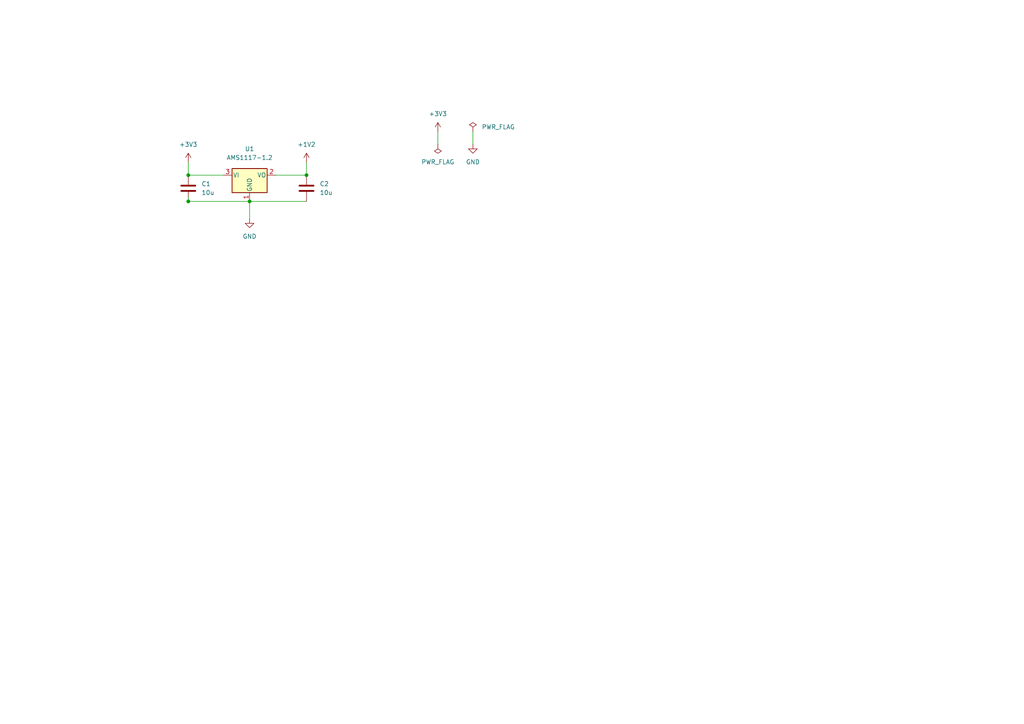
<source format=kicad_sch>
(kicad_sch (version 20211123) (generator eeschema)
  (paper "A4")
  (title_block (title "Power Supply") (date "2022-02-10") (rev "1.0") (company "Mateusz Stadnik"))
  (lib_symbols
    (symbol "Device:C" (pin_numbers hide) (pin_names (offset 0.254))
      (property "Reference" "C" (at 0.635 2.54 0))
      (property "Value" "C" (at 0.635 -2.54 0))
      (symbol "C_0_1"
        (polyline (pts (xy -2.032 -0.762) (xy 2.032 -0.762)) (stroke (width 0.508)))
        (polyline (pts (xy -2.032 0.762) (xy 2.032 0.762)) (stroke (width 0.508)))
      )
      (symbol "C_1_1"
        (pin passive line (at 0 3.81 270) (length 2.794) (name "~") (number "1"))
        (pin passive line (at 0 -3.81 90) (length 2.794) (name "~") (number "2"))
      )
    )
    (symbol "custom_ldo:AMS1117-1.2" (pin_names (offset 0.254))
      (property "Reference" "U" (at -3.81 3.175 0))
      (property "Value" "AMS1117-1.2" (at 0 3.175 0))
      (symbol "AMS1117-1.2_0_1"
        (rectangle (start -5.08 -5.08) (end 5.08 1.905) (stroke (width 0.254)) (fill (type background)))
      )
      (symbol "AMS1117-1.2_1_1"
        (pin power_in line (at 0 -7.62 90) (length 2.54) (name "GND") (number "1"))
        (pin power_out line (at 7.62 0 180) (length 2.54) (name "VO") (number "2"))
        (pin power_in line (at -7.62 0 0) (length 2.54) (name "VI") (number "3"))
      )
    )
    (symbol "power:+1V2" (power) (pin_names (offset 0))
      (property "Value" "+1V2" (at 0 3.556 0))
      (symbol "+1V2_0_1"
        (polyline (pts (xy -0.762 1.27) (xy 0 2.54)))
        (polyline (pts (xy 0 0) (xy 0 2.54)))
        (polyline (pts (xy 0 2.54) (xy 0.762 1.27)))
      )
      (symbol "+1V2_1_1"
        (pin power_in line (at 0 0 90) (length 0) hide (name "+1V2") (number "1"))
      )
    )
    (symbol "power:+3.3V" (power) (pin_names (offset 0))
      (property "Value" "+3.3V" (at 0 3.556 0))
      (symbol "+3.3V_0_1"
        (polyline (pts (xy -0.762 1.27) (xy 0 2.54)))
        (polyline (pts (xy 0 0) (xy 0 2.54)))
        (polyline (pts (xy 0 2.54) (xy 0.762 1.27)))
      )
      (symbol "+3.3V_1_1"
        (pin power_in line (at 0 0 90) (length 0) hide (name "+3V3") (number "1"))
      )
    )
    (symbol "power:GND" (power) (pin_names (offset 0))
      (property "Value" "GND" (at 0 -3.81 0))
      (symbol "GND_0_1"
        (polyline (pts (xy 0 0) (xy 0 -1.27) (xy 1.27 -1.27) (xy 0 -2.54) (xy -1.27 -1.27) (xy 0 -1.27)))
      )
      (symbol "GND_1_1"
        (pin power_in line (at 0 0 270) (length 0) hide (name "GND") (number "1"))
      )
    )
    (symbol "power:PWR_FLAG" (power) (pin_numbers hide) (pin_names (offset 0) hide)
      (property "Value" "PWR_FLAG" (at 0 3.81 0))
      (symbol "PWR_FLAG_0_0"
        (pin power_out line (at 0 0 90) (length 0) (name "pwr") (number "1"))
      )
      (symbol "PWR_FLAG_0_1"
        (polyline (pts (xy 0 0) (xy 0 1.27) (xy -1.016 1.905) (xy 0 2.54) (xy 1.016 1.905) (xy 0 1.27)))
      )
    )
  )
  (junction (at 54.61 58.42))
  (junction (at 72.39 58.42))
  (junction (at 88.9 50.8))
  (junction (at 54.61 50.8))
  (wire (pts (xy 80.01 50.8) (xy 88.9 50.8)))
  (wire (pts (xy 137.16 38.1) (xy 137.16 41.91)))
  (wire (pts (xy 127 38.1) (xy 127 41.91)))
  (wire (pts (xy 54.61 58.42) (xy 72.39 58.42)))
  (wire (pts (xy 72.39 58.42) (xy 72.39 63.5)))
  (wire (pts (xy 88.9 46.99) (xy 88.9 50.8)))
  (wire (pts (xy 54.61 46.99) (xy 54.61 50.8)))
  (wire (pts (xy 54.61 57.15) (xy 54.61 58.42)))
  (wire (pts (xy 54.61 50.8) (xy 64.77 50.8)))
  (wire (pts (xy 72.39 58.42) (xy 88.9 58.42)))
  (symbol (lib_id "Device:C") (at 88.9 54.61 0) (unit 1)
    (property "Reference" "C2" (at 92.71 53.3399 0) (effects (justify left)))
    (property "Value" "10u" (at 92.71 55.8799 0) (effects (justify left)))
    (property "Footprint" "Capacitor_SMD:C_0603_1608Metric_Pad1.08x0.95mm_HandSolder" (effects hide))
  )
  (symbol (lib_id "power:+1V2") (at 88.9 46.99 0) (unit 1)
    (property "Reference" "#PWR03" (effects hide))
    (property "Value" "+1V2" (at 88.9 41.91 0))
  )
  (symbol (lib_id "power:+3.3V") (at 54.61 46.99 0) (unit 1)
    (property "Reference" "#PWR01" (effects hide))
    (property "Value" "+3.3V" (at 54.61 41.91 0))
  )
  (symbol (lib_id "Device:C") (at 54.61 54.61 0) (unit 1)
    (property "Reference" "C1" (at 58.42 53.3399 0) (effects (justify left)))
    (property "Value" "10u" (at 58.42 55.8799 0) (effects (justify left)))
    (property "Footprint" "Capacitor_SMD:C_0603_1608Metric_Pad1.08x0.95mm_HandSolder" (effects hide))
  )
  (symbol (lib_id "power:GND") (at 137.16 41.91 0) (unit 1)
    (property "Reference" "#PWR0102" (effects hide))
    (property "Value" "GND" (at 137.16 46.99 0))
  )
  (symbol (lib_id "power:GND") (at 72.39 63.5 0) (unit 1)
    (property "Reference" "#PWR02" (effects hide))
    (property "Value" "GND" (at 72.39 68.58 0))
  )
  (symbol (lib_id "power:PWR_FLAG") (at 137.16 38.1 0) (unit 1)
    (property "Reference" "#FLG0102" (effects hide))
    (property "Value" "PWR_FLAG" (at 139.7 36.8299 0) (effects (justify left)))
  )
  (symbol (lib_id "power:PWR_FLAG") (at 127 41.91 180) (unit 1)
    (property "Reference" "#FLG0101" (effects hide))
    (property "Value" "PWR_FLAG" (at 127 46.99 0))
  )
  (symbol (lib_id "power:+3.3V") (at 127 38.1 0) (unit 1)
    (property "Reference" "#PWR0101" (effects hide))
    (property "Value" "+3.3V" (at 127 33.02 0))
  )
  (symbol (lib_id "custom_ldo:AMS1117-1.2") (at 72.39 50.8 0) (unit 1)
    (property "Reference" "U1" (at 72.39 43.18 0))
    (property "Value" "AMS1117-1.2" (at 72.39 45.72 0))
    (property "Footprint" "Package_TO_SOT_SMD:SOT-223-3_TabPin2" (effects hide))
    (property "Datasheet" "http://www.advanced-monolithic.com/pdf/ds1117.pdf" (effects hide))
  )
)
</source>
